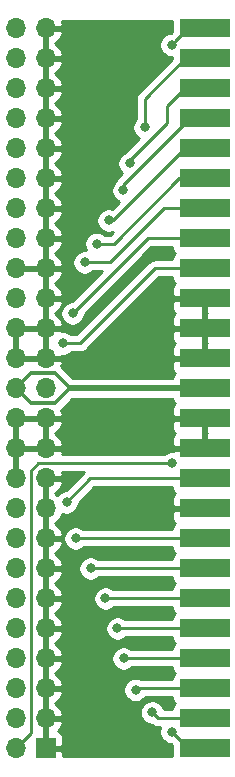
<source format=gbr>
%TF.GenerationSoftware,KiCad,Pcbnew,(5.1.8-0-10_14)*%
%TF.CreationDate,2021-06-08T16:32:41-06:00*%
%TF.ProjectId,scsi-50-flipper,73637369-2d35-4302-9d66-6c6970706572,rev?*%
%TF.SameCoordinates,Original*%
%TF.FileFunction,Copper,L2,Bot*%
%TF.FilePolarity,Positive*%
%FSLAX46Y46*%
G04 Gerber Fmt 4.6, Leading zero omitted, Abs format (unit mm)*
G04 Created by KiCad (PCBNEW (5.1.8-0-10_14)) date 2021-06-08 16:32:41*
%MOMM*%
%LPD*%
G01*
G04 APERTURE LIST*
%TA.AperFunction,SMDPad,CuDef*%
%ADD10R,4.250000X1.524000*%
%TD*%
%TA.AperFunction,ComponentPad*%
%ADD11O,1.700000X1.700000*%
%TD*%
%TA.AperFunction,ComponentPad*%
%ADD12R,1.700000X1.700000*%
%TD*%
%TA.AperFunction,ViaPad*%
%ADD13C,0.800000*%
%TD*%
%TA.AperFunction,Conductor*%
%ADD14C,0.250000*%
%TD*%
%TA.AperFunction,Conductor*%
%ADD15C,0.300000*%
%TD*%
%TA.AperFunction,Conductor*%
%ADD16C,0.500000*%
%TD*%
%TA.AperFunction,Conductor*%
%ADD17C,0.254000*%
%TD*%
%TA.AperFunction,Conductor*%
%ADD18C,0.100000*%
%TD*%
G04 APERTURE END LIST*
D10*
%TO.P,J2,50*%
%TO.N,Net-(J1-Pad50)*%
X135890000Y-129286000D03*
%TO.P,J2,48*%
%TO.N,Net-(J1-Pad48)*%
X135890000Y-126746000D03*
%TO.P,J2,46*%
%TO.N,Net-(J1-Pad46)*%
X135890000Y-124206000D03*
%TO.P,J2,44*%
%TO.N,Net-(J1-Pad44)*%
X135890000Y-121666000D03*
%TO.P,J2,42*%
%TO.N,Net-(J1-Pad42)*%
X135890000Y-119126000D03*
%TO.P,J2,40*%
%TO.N,Net-(J1-Pad40)*%
X135890000Y-116586000D03*
%TO.P,J2,38*%
%TO.N,Net-(J1-Pad38)*%
X135890000Y-114046000D03*
%TO.P,J2,36*%
%TO.N,Net-(J1-Pad36)*%
X135890000Y-111506000D03*
%TO.P,J2,34*%
%TO.N,GND*%
X135890000Y-108966000D03*
%TO.P,J2,32*%
%TO.N,Net-(J1-Pad32)*%
X135890000Y-106426000D03*
%TO.P,J2,30*%
%TO.N,GND*%
X135890000Y-103886000D03*
%TO.P,J2,28*%
X135890000Y-101346000D03*
%TO.P,J2,26*%
%TO.N,Net-(J1-Pad26)*%
X135890000Y-98806000D03*
%TO.P,J2,24*%
%TO.N,GND*%
X135890000Y-96266000D03*
%TO.P,J2,22*%
X135890000Y-93726000D03*
%TO.P,J2,20*%
X135890000Y-91186000D03*
%TO.P,J2,18*%
%TO.N,Net-(J1-Pad18)*%
X135890000Y-88646000D03*
%TO.P,J2,16*%
%TO.N,Net-(J1-Pad16)*%
X135890000Y-86106000D03*
%TO.P,J2,14*%
%TO.N,Net-(J1-Pad14)*%
X135890000Y-83566000D03*
%TO.P,J2,12*%
%TO.N,Net-(J1-Pad12)*%
X135890000Y-81026000D03*
%TO.P,J2,10*%
%TO.N,Net-(J1-Pad10)*%
X135890000Y-78486000D03*
%TO.P,J2,8*%
%TO.N,Net-(J1-Pad8)*%
X135890000Y-75946000D03*
%TO.P,J2,6*%
%TO.N,Net-(J1-Pad6)*%
X135890000Y-73406000D03*
%TO.P,J2,4*%
%TO.N,Net-(J1-Pad4)*%
X135890000Y-70866000D03*
%TO.P,J2,2*%
%TO.N,Net-(J1-Pad2)*%
X135890000Y-68326000D03*
%TD*%
D11*
%TO.P,J1,50*%
%TO.N,Net-(J1-Pad50)*%
X119888000Y-68326000D03*
%TO.P,J1,49*%
%TO.N,GND*%
X122428000Y-68326000D03*
%TO.P,J1,48*%
%TO.N,Net-(J1-Pad48)*%
X119888000Y-70866000D03*
%TO.P,J1,47*%
%TO.N,GND*%
X122428000Y-70866000D03*
%TO.P,J1,46*%
%TO.N,Net-(J1-Pad46)*%
X119888000Y-73406000D03*
%TO.P,J1,45*%
%TO.N,GND*%
X122428000Y-73406000D03*
%TO.P,J1,44*%
%TO.N,Net-(J1-Pad44)*%
X119888000Y-75946000D03*
%TO.P,J1,43*%
%TO.N,GND*%
X122428000Y-75946000D03*
%TO.P,J1,42*%
%TO.N,Net-(J1-Pad42)*%
X119888000Y-78486000D03*
%TO.P,J1,41*%
%TO.N,GND*%
X122428000Y-78486000D03*
%TO.P,J1,40*%
%TO.N,Net-(J1-Pad40)*%
X119888000Y-81026000D03*
%TO.P,J1,39*%
%TO.N,GND*%
X122428000Y-81026000D03*
%TO.P,J1,38*%
%TO.N,Net-(J1-Pad38)*%
X119888000Y-83566000D03*
%TO.P,J1,37*%
%TO.N,GND*%
X122428000Y-83566000D03*
%TO.P,J1,36*%
%TO.N,Net-(J1-Pad36)*%
X119888000Y-86106000D03*
%TO.P,J1,35*%
%TO.N,GND*%
X122428000Y-86106000D03*
%TO.P,J1,34*%
X119888000Y-88646000D03*
%TO.P,J1,33*%
X122428000Y-88646000D03*
%TO.P,J1,32*%
%TO.N,Net-(J1-Pad32)*%
X119888000Y-91186000D03*
%TO.P,J1,31*%
%TO.N,GND*%
X122428000Y-91186000D03*
%TO.P,J1,30*%
X119888000Y-93726000D03*
%TO.P,J1,29*%
X122428000Y-93726000D03*
%TO.P,J1,28*%
X119888000Y-96266000D03*
%TO.P,J1,27*%
X122428000Y-96266000D03*
%TO.P,J1,26*%
%TO.N,Net-(J1-Pad26)*%
X119888000Y-98806000D03*
%TO.P,J1,25*%
%TO.N,GND*%
X122428000Y-98806000D03*
%TO.P,J1,24*%
X119888000Y-101346000D03*
%TO.P,J1,23*%
X122428000Y-101346000D03*
%TO.P,J1,22*%
X119888000Y-103886000D03*
%TO.P,J1,21*%
X122428000Y-103886000D03*
%TO.P,J1,20*%
X119888000Y-106426000D03*
%TO.P,J1,19*%
X122428000Y-106426000D03*
%TO.P,J1,18*%
%TO.N,Net-(J1-Pad18)*%
X119888000Y-108966000D03*
%TO.P,J1,17*%
%TO.N,GND*%
X122428000Y-108966000D03*
%TO.P,J1,16*%
%TO.N,Net-(J1-Pad16)*%
X119888000Y-111506000D03*
%TO.P,J1,15*%
%TO.N,GND*%
X122428000Y-111506000D03*
%TO.P,J1,14*%
%TO.N,Net-(J1-Pad14)*%
X119888000Y-114046000D03*
%TO.P,J1,13*%
%TO.N,GND*%
X122428000Y-114046000D03*
%TO.P,J1,12*%
%TO.N,Net-(J1-Pad12)*%
X119888000Y-116586000D03*
%TO.P,J1,11*%
%TO.N,GND*%
X122428000Y-116586000D03*
%TO.P,J1,10*%
%TO.N,Net-(J1-Pad10)*%
X119888000Y-119126000D03*
%TO.P,J1,9*%
%TO.N,GND*%
X122428000Y-119126000D03*
%TO.P,J1,8*%
%TO.N,Net-(J1-Pad8)*%
X119888000Y-121666000D03*
%TO.P,J1,7*%
%TO.N,GND*%
X122428000Y-121666000D03*
%TO.P,J1,6*%
%TO.N,Net-(J1-Pad6)*%
X119888000Y-124206000D03*
%TO.P,J1,5*%
%TO.N,GND*%
X122428000Y-124206000D03*
%TO.P,J1,4*%
%TO.N,Net-(J1-Pad4)*%
X119888000Y-126746000D03*
%TO.P,J1,3*%
%TO.N,GND*%
X122428000Y-126746000D03*
%TO.P,J1,2*%
%TO.N,Net-(J1-Pad2)*%
X119888000Y-129286000D03*
D12*
%TO.P,J1,1*%
%TO.N,GND*%
X122428000Y-129286000D03*
%TD*%
D13*
%TO.N,Net-(J1-Pad50)*%
X133096000Y-127889000D03*
%TO.N,Net-(J1-Pad48)*%
X131445000Y-126238000D03*
%TO.N,Net-(J1-Pad46)*%
X130048000Y-124333000D03*
%TO.N,Net-(J1-Pad44)*%
X129032000Y-121666000D03*
%TO.N,Net-(J1-Pad42)*%
X128510990Y-119126000D03*
%TO.N,Net-(J1-Pad40)*%
X127494990Y-116586000D03*
%TO.N,Net-(J1-Pad38)*%
X126237996Y-114046000D03*
%TO.N,Net-(J1-Pad36)*%
X124967998Y-111506000D03*
%TO.N,Net-(J1-Pad32)*%
X124199495Y-108451495D03*
%TO.N,Net-(J1-Pad18)*%
X123938990Y-94996000D03*
%TO.N,Net-(J1-Pad16)*%
X124714000Y-92456000D03*
%TO.N,Net-(J1-Pad14)*%
X125730000Y-88138000D03*
%TO.N,Net-(J1-Pad12)*%
X126746000Y-86557124D03*
%TO.N,Net-(J1-Pad10)*%
X127762000Y-84582000D03*
%TO.N,Net-(J1-Pad8)*%
X129018990Y-82042000D03*
%TO.N,Net-(J1-Pad6)*%
X129540000Y-79756000D03*
%TO.N,Net-(J1-Pad4)*%
X130810000Y-76708000D03*
%TO.N,Net-(J1-Pad2)*%
X133096002Y-69723000D03*
X133109010Y-105156000D03*
%TD*%
D14*
%TO.N,Net-(J1-Pad50)*%
X134493000Y-129286000D02*
X133096000Y-127889000D01*
X135890000Y-129286000D02*
X134493000Y-129286000D01*
%TO.N,Net-(J1-Pad48)*%
X134620000Y-126746000D02*
X131953000Y-126746000D01*
X131953000Y-126746000D02*
X131445000Y-126238000D01*
%TO.N,Net-(J1-Pad46)*%
X130175000Y-124206000D02*
X130048000Y-124333000D01*
X134366000Y-124206000D02*
X130175000Y-124206000D01*
%TO.N,Net-(J1-Pad44)*%
X134366000Y-121666000D02*
X129032000Y-121666000D01*
X134620000Y-121920000D02*
X134366000Y-121666000D01*
%TO.N,Net-(J1-Pad42)*%
X134239000Y-119126000D02*
X128510990Y-119126000D01*
%TO.N,Net-(J1-Pad40)*%
X134239000Y-116586000D02*
X127494990Y-116586000D01*
%TO.N,Net-(J1-Pad38)*%
X126492000Y-114046000D02*
X126237996Y-114046000D01*
X134239000Y-114046000D02*
X126492000Y-114046000D01*
%TO.N,Net-(J1-Pad36)*%
X134366000Y-111506000D02*
X124967998Y-111506000D01*
X134620000Y-111760000D02*
X134366000Y-111506000D01*
%TO.N,Net-(J1-Pad32)*%
X126224990Y-106426000D02*
X124199495Y-108451495D01*
X134620000Y-106426000D02*
X126224990Y-106426000D01*
D15*
%TO.N,Net-(J1-Pad26)*%
X123190000Y-100076000D02*
X124460000Y-98806000D01*
X121158000Y-100076000D02*
X123190000Y-100076000D01*
X119888000Y-98806000D02*
X121158000Y-100076000D01*
X123234999Y-97536000D02*
X124504999Y-98806000D01*
X121158000Y-97536000D02*
X123234999Y-97536000D01*
X119888000Y-98806000D02*
X121158000Y-97536000D01*
D16*
X124504999Y-98806000D02*
X134620000Y-98806000D01*
D14*
%TO.N,Net-(J1-Pad18)*%
X125349000Y-94996000D02*
X123938990Y-94996000D01*
X131699000Y-88646000D02*
X125349000Y-94996000D01*
X134239000Y-88646000D02*
X131699000Y-88646000D01*
%TO.N,Net-(J1-Pad16)*%
X131064000Y-86106000D02*
X125113999Y-92056001D01*
X125113999Y-92056001D02*
X124714000Y-92456000D01*
X134239000Y-86106000D02*
X131064000Y-86106000D01*
%TO.N,Net-(J1-Pad14)*%
X127889000Y-88138000D02*
X125730000Y-88138000D01*
X132461000Y-83566000D02*
X127889000Y-88138000D01*
X134239000Y-83566000D02*
X132461000Y-83566000D01*
%TO.N,Net-(J1-Pad12)*%
X128199876Y-86557124D02*
X126746000Y-86557124D01*
X133731000Y-81026000D02*
X128199876Y-86557124D01*
X134239000Y-81026000D02*
X133731000Y-81026000D01*
%TO.N,Net-(J1-Pad10)*%
X128143000Y-84582000D02*
X127762000Y-84582000D01*
X134239000Y-78486000D02*
X128143000Y-84582000D01*
%TO.N,Net-(J1-Pad8)*%
X129018990Y-81547010D02*
X129018990Y-82042000D01*
X134239000Y-76327000D02*
X129018990Y-81547010D01*
X134239000Y-75946000D02*
X134239000Y-76327000D01*
%TO.N,Net-(J1-Pad6)*%
X129540000Y-79502000D02*
X129540000Y-79756000D01*
X132715000Y-76327000D02*
X129540000Y-79502000D01*
X132715000Y-74930000D02*
X132715000Y-76327000D01*
X134239000Y-73406000D02*
X132715000Y-74930000D01*
%TO.N,Net-(J1-Pad4)*%
X130810000Y-74295000D02*
X130810000Y-76708000D01*
X134620000Y-70866000D02*
X134239000Y-70866000D01*
X134239000Y-70866000D02*
X130810000Y-74295000D01*
%TO.N,Net-(J1-Pad2)*%
X135890000Y-68326000D02*
X134239000Y-68326000D01*
X133496001Y-69323001D02*
X133096002Y-69723000D01*
X134493000Y-68326000D02*
X133496001Y-69323001D01*
X121795000Y-105156000D02*
X133109010Y-105156000D01*
X121158000Y-105793000D02*
X121795000Y-105156000D01*
X121158000Y-105793000D02*
X121158000Y-128016000D01*
X119888000Y-129286000D02*
X121158000Y-128016000D01*
%TO.N,GND*%
X122428000Y-86106000D02*
X122428000Y-86671002D01*
%TD*%
D17*
%TO.N,GND*%
X124159693Y-107416495D02*
X124097556Y-107416495D01*
X123897597Y-107456269D01*
X123709239Y-107534290D01*
X123539721Y-107647558D01*
X123395558Y-107791721D01*
X123371870Y-107827172D01*
X123309355Y-107770822D01*
X123183745Y-107696000D01*
X123309355Y-107621178D01*
X123525588Y-107426269D01*
X123699641Y-107192920D01*
X123824825Y-106930099D01*
X123869476Y-106782890D01*
X123748155Y-106553000D01*
X122555000Y-106553000D01*
X122555000Y-108839000D01*
X122575000Y-108839000D01*
X122575000Y-109093000D01*
X122555000Y-109093000D01*
X122555000Y-111379000D01*
X123748155Y-111379000D01*
X123869476Y-111149110D01*
X123824825Y-111001901D01*
X123699641Y-110739080D01*
X123525588Y-110505731D01*
X123309355Y-110310822D01*
X123183745Y-110236000D01*
X123309355Y-110161178D01*
X123525588Y-109966269D01*
X123699641Y-109732920D01*
X123824825Y-109470099D01*
X123839247Y-109422551D01*
X123897597Y-109446721D01*
X124097556Y-109486495D01*
X124301434Y-109486495D01*
X124501393Y-109446721D01*
X124689751Y-109368700D01*
X124859269Y-109255432D01*
X125003432Y-109111269D01*
X125116700Y-108941751D01*
X125194721Y-108753393D01*
X125234495Y-108553434D01*
X125234495Y-108491297D01*
X126539793Y-107186000D01*
X133126928Y-107186000D01*
X133126928Y-107188000D01*
X133139188Y-107312482D01*
X133175498Y-107432180D01*
X133234463Y-107542494D01*
X133313815Y-107639185D01*
X133383044Y-107696000D01*
X133313815Y-107752815D01*
X133234463Y-107849506D01*
X133175498Y-107959820D01*
X133139188Y-108079518D01*
X133126928Y-108204000D01*
X133130000Y-108680250D01*
X133288750Y-108839000D01*
X135763000Y-108839000D01*
X135763000Y-108819000D01*
X136017000Y-108819000D01*
X136017000Y-108839000D01*
X136037000Y-108839000D01*
X136037000Y-109093000D01*
X136017000Y-109093000D01*
X136017000Y-109113000D01*
X135763000Y-109113000D01*
X135763000Y-109093000D01*
X133288750Y-109093000D01*
X133130000Y-109251750D01*
X133126928Y-109728000D01*
X133139188Y-109852482D01*
X133175498Y-109972180D01*
X133234463Y-110082494D01*
X133313815Y-110179185D01*
X133383044Y-110236000D01*
X133313815Y-110292815D01*
X133234463Y-110389506D01*
X133175498Y-110499820D01*
X133139188Y-110619518D01*
X133126928Y-110744000D01*
X133126928Y-110746000D01*
X125671709Y-110746000D01*
X125627772Y-110702063D01*
X125458254Y-110588795D01*
X125269896Y-110510774D01*
X125069937Y-110471000D01*
X124866059Y-110471000D01*
X124666100Y-110510774D01*
X124477742Y-110588795D01*
X124308224Y-110702063D01*
X124164061Y-110846226D01*
X124050793Y-111015744D01*
X123972772Y-111204102D01*
X123932998Y-111404061D01*
X123932998Y-111607939D01*
X123972772Y-111807898D01*
X124050793Y-111996256D01*
X124164061Y-112165774D01*
X124308224Y-112309937D01*
X124477742Y-112423205D01*
X124666100Y-112501226D01*
X124866059Y-112541000D01*
X125069937Y-112541000D01*
X125269896Y-112501226D01*
X125458254Y-112423205D01*
X125627772Y-112309937D01*
X125671709Y-112266000D01*
X133126928Y-112266000D01*
X133126928Y-112268000D01*
X133139188Y-112392482D01*
X133175498Y-112512180D01*
X133234463Y-112622494D01*
X133313815Y-112719185D01*
X133383044Y-112776000D01*
X133313815Y-112832815D01*
X133234463Y-112929506D01*
X133175498Y-113039820D01*
X133139188Y-113159518D01*
X133126928Y-113284000D01*
X133126928Y-113286000D01*
X126941707Y-113286000D01*
X126897770Y-113242063D01*
X126728252Y-113128795D01*
X126539894Y-113050774D01*
X126339935Y-113011000D01*
X126136057Y-113011000D01*
X125936098Y-113050774D01*
X125747740Y-113128795D01*
X125578222Y-113242063D01*
X125434059Y-113386226D01*
X125320791Y-113555744D01*
X125242770Y-113744102D01*
X125202996Y-113944061D01*
X125202996Y-114147939D01*
X125242770Y-114347898D01*
X125320791Y-114536256D01*
X125434059Y-114705774D01*
X125578222Y-114849937D01*
X125747740Y-114963205D01*
X125936098Y-115041226D01*
X126136057Y-115081000D01*
X126339935Y-115081000D01*
X126539894Y-115041226D01*
X126728252Y-114963205D01*
X126897770Y-114849937D01*
X126941707Y-114806000D01*
X133126928Y-114806000D01*
X133126928Y-114808000D01*
X133139188Y-114932482D01*
X133175498Y-115052180D01*
X133234463Y-115162494D01*
X133313815Y-115259185D01*
X133383044Y-115316000D01*
X133313815Y-115372815D01*
X133234463Y-115469506D01*
X133175498Y-115579820D01*
X133139188Y-115699518D01*
X133126928Y-115824000D01*
X133126928Y-115826000D01*
X128198701Y-115826000D01*
X128154764Y-115782063D01*
X127985246Y-115668795D01*
X127796888Y-115590774D01*
X127596929Y-115551000D01*
X127393051Y-115551000D01*
X127193092Y-115590774D01*
X127004734Y-115668795D01*
X126835216Y-115782063D01*
X126691053Y-115926226D01*
X126577785Y-116095744D01*
X126499764Y-116284102D01*
X126459990Y-116484061D01*
X126459990Y-116687939D01*
X126499764Y-116887898D01*
X126577785Y-117076256D01*
X126691053Y-117245774D01*
X126835216Y-117389937D01*
X127004734Y-117503205D01*
X127193092Y-117581226D01*
X127393051Y-117621000D01*
X127596929Y-117621000D01*
X127796888Y-117581226D01*
X127985246Y-117503205D01*
X128154764Y-117389937D01*
X128198701Y-117346000D01*
X133126928Y-117346000D01*
X133126928Y-117348000D01*
X133139188Y-117472482D01*
X133175498Y-117592180D01*
X133234463Y-117702494D01*
X133313815Y-117799185D01*
X133383044Y-117856000D01*
X133313815Y-117912815D01*
X133234463Y-118009506D01*
X133175498Y-118119820D01*
X133139188Y-118239518D01*
X133126928Y-118364000D01*
X133126928Y-118366000D01*
X129214701Y-118366000D01*
X129170764Y-118322063D01*
X129001246Y-118208795D01*
X128812888Y-118130774D01*
X128612929Y-118091000D01*
X128409051Y-118091000D01*
X128209092Y-118130774D01*
X128020734Y-118208795D01*
X127851216Y-118322063D01*
X127707053Y-118466226D01*
X127593785Y-118635744D01*
X127515764Y-118824102D01*
X127475990Y-119024061D01*
X127475990Y-119227939D01*
X127515764Y-119427898D01*
X127593785Y-119616256D01*
X127707053Y-119785774D01*
X127851216Y-119929937D01*
X128020734Y-120043205D01*
X128209092Y-120121226D01*
X128409051Y-120161000D01*
X128612929Y-120161000D01*
X128812888Y-120121226D01*
X129001246Y-120043205D01*
X129170764Y-119929937D01*
X129214701Y-119886000D01*
X133126928Y-119886000D01*
X133126928Y-119888000D01*
X133139188Y-120012482D01*
X133175498Y-120132180D01*
X133234463Y-120242494D01*
X133313815Y-120339185D01*
X133383044Y-120396000D01*
X133313815Y-120452815D01*
X133234463Y-120549506D01*
X133175498Y-120659820D01*
X133139188Y-120779518D01*
X133126928Y-120904000D01*
X133126928Y-120906000D01*
X129735711Y-120906000D01*
X129691774Y-120862063D01*
X129522256Y-120748795D01*
X129333898Y-120670774D01*
X129133939Y-120631000D01*
X128930061Y-120631000D01*
X128730102Y-120670774D01*
X128541744Y-120748795D01*
X128372226Y-120862063D01*
X128228063Y-121006226D01*
X128114795Y-121175744D01*
X128036774Y-121364102D01*
X127997000Y-121564061D01*
X127997000Y-121767939D01*
X128036774Y-121967898D01*
X128114795Y-122156256D01*
X128228063Y-122325774D01*
X128372226Y-122469937D01*
X128541744Y-122583205D01*
X128730102Y-122661226D01*
X128930061Y-122701000D01*
X129133939Y-122701000D01*
X129333898Y-122661226D01*
X129522256Y-122583205D01*
X129691774Y-122469937D01*
X129735711Y-122426000D01*
X133126928Y-122426000D01*
X133126928Y-122428000D01*
X133139188Y-122552482D01*
X133175498Y-122672180D01*
X133234463Y-122782494D01*
X133313815Y-122879185D01*
X133383044Y-122936000D01*
X133313815Y-122992815D01*
X133234463Y-123089506D01*
X133175498Y-123199820D01*
X133139188Y-123319518D01*
X133126928Y-123444000D01*
X133126928Y-123446000D01*
X130583461Y-123446000D01*
X130538256Y-123415795D01*
X130349898Y-123337774D01*
X130149939Y-123298000D01*
X129946061Y-123298000D01*
X129746102Y-123337774D01*
X129557744Y-123415795D01*
X129388226Y-123529063D01*
X129244063Y-123673226D01*
X129130795Y-123842744D01*
X129052774Y-124031102D01*
X129013000Y-124231061D01*
X129013000Y-124434939D01*
X129052774Y-124634898D01*
X129130795Y-124823256D01*
X129244063Y-124992774D01*
X129388226Y-125136937D01*
X129557744Y-125250205D01*
X129746102Y-125328226D01*
X129946061Y-125368000D01*
X130149939Y-125368000D01*
X130349898Y-125328226D01*
X130538256Y-125250205D01*
X130707774Y-125136937D01*
X130851937Y-124992774D01*
X130869827Y-124966000D01*
X133126928Y-124966000D01*
X133126928Y-124968000D01*
X133139188Y-125092482D01*
X133175498Y-125212180D01*
X133234463Y-125322494D01*
X133313815Y-125419185D01*
X133383044Y-125476000D01*
X133313815Y-125532815D01*
X133234463Y-125629506D01*
X133175498Y-125739820D01*
X133139188Y-125859518D01*
X133126928Y-125984000D01*
X133126928Y-125986000D01*
X132450151Y-125986000D01*
X132440226Y-125936102D01*
X132362205Y-125747744D01*
X132248937Y-125578226D01*
X132104774Y-125434063D01*
X131935256Y-125320795D01*
X131746898Y-125242774D01*
X131546939Y-125203000D01*
X131343061Y-125203000D01*
X131143102Y-125242774D01*
X130954744Y-125320795D01*
X130785226Y-125434063D01*
X130641063Y-125578226D01*
X130527795Y-125747744D01*
X130449774Y-125936102D01*
X130410000Y-126136061D01*
X130410000Y-126339939D01*
X130449774Y-126539898D01*
X130527795Y-126728256D01*
X130641063Y-126897774D01*
X130785226Y-127041937D01*
X130954744Y-127155205D01*
X131143102Y-127233226D01*
X131343061Y-127273000D01*
X131402329Y-127273000D01*
X131412999Y-127286001D01*
X131528724Y-127380974D01*
X131660753Y-127451546D01*
X131804014Y-127495003D01*
X131915667Y-127506000D01*
X131915676Y-127506000D01*
X131952999Y-127509676D01*
X131990322Y-127506000D01*
X132134368Y-127506000D01*
X132100774Y-127587102D01*
X132061000Y-127787061D01*
X132061000Y-127990939D01*
X132100774Y-128190898D01*
X132178795Y-128379256D01*
X132292063Y-128548774D01*
X132436226Y-128692937D01*
X132605744Y-128806205D01*
X132794102Y-128884226D01*
X132994061Y-128924000D01*
X133056199Y-128924000D01*
X133126928Y-128994729D01*
X133126928Y-129896000D01*
X123914765Y-129896000D01*
X123913000Y-129571750D01*
X123754250Y-129413000D01*
X122555000Y-129413000D01*
X122555000Y-129433000D01*
X122301000Y-129433000D01*
X122301000Y-129413000D01*
X122281000Y-129413000D01*
X122281000Y-129159000D01*
X122301000Y-129159000D01*
X122301000Y-126873000D01*
X122555000Y-126873000D01*
X122555000Y-129159000D01*
X123754250Y-129159000D01*
X123913000Y-129000250D01*
X123916072Y-128436000D01*
X123903812Y-128311518D01*
X123867502Y-128191820D01*
X123808537Y-128081506D01*
X123729185Y-127984815D01*
X123632494Y-127905463D01*
X123522180Y-127846498D01*
X123441534Y-127822034D01*
X123525588Y-127746269D01*
X123699641Y-127512920D01*
X123824825Y-127250099D01*
X123869476Y-127102890D01*
X123748155Y-126873000D01*
X122555000Y-126873000D01*
X122301000Y-126873000D01*
X122281000Y-126873000D01*
X122281000Y-126619000D01*
X122301000Y-126619000D01*
X122301000Y-124333000D01*
X122555000Y-124333000D01*
X122555000Y-126619000D01*
X123748155Y-126619000D01*
X123869476Y-126389110D01*
X123824825Y-126241901D01*
X123699641Y-125979080D01*
X123525588Y-125745731D01*
X123309355Y-125550822D01*
X123183745Y-125476000D01*
X123309355Y-125401178D01*
X123525588Y-125206269D01*
X123699641Y-124972920D01*
X123824825Y-124710099D01*
X123869476Y-124562890D01*
X123748155Y-124333000D01*
X122555000Y-124333000D01*
X122301000Y-124333000D01*
X122281000Y-124333000D01*
X122281000Y-124079000D01*
X122301000Y-124079000D01*
X122301000Y-121793000D01*
X122555000Y-121793000D01*
X122555000Y-124079000D01*
X123748155Y-124079000D01*
X123869476Y-123849110D01*
X123824825Y-123701901D01*
X123699641Y-123439080D01*
X123525588Y-123205731D01*
X123309355Y-123010822D01*
X123183745Y-122936000D01*
X123309355Y-122861178D01*
X123525588Y-122666269D01*
X123699641Y-122432920D01*
X123824825Y-122170099D01*
X123869476Y-122022890D01*
X123748155Y-121793000D01*
X122555000Y-121793000D01*
X122301000Y-121793000D01*
X122281000Y-121793000D01*
X122281000Y-121539000D01*
X122301000Y-121539000D01*
X122301000Y-119253000D01*
X122555000Y-119253000D01*
X122555000Y-121539000D01*
X123748155Y-121539000D01*
X123869476Y-121309110D01*
X123824825Y-121161901D01*
X123699641Y-120899080D01*
X123525588Y-120665731D01*
X123309355Y-120470822D01*
X123183745Y-120396000D01*
X123309355Y-120321178D01*
X123525588Y-120126269D01*
X123699641Y-119892920D01*
X123824825Y-119630099D01*
X123869476Y-119482890D01*
X123748155Y-119253000D01*
X122555000Y-119253000D01*
X122301000Y-119253000D01*
X122281000Y-119253000D01*
X122281000Y-118999000D01*
X122301000Y-118999000D01*
X122301000Y-116713000D01*
X122555000Y-116713000D01*
X122555000Y-118999000D01*
X123748155Y-118999000D01*
X123869476Y-118769110D01*
X123824825Y-118621901D01*
X123699641Y-118359080D01*
X123525588Y-118125731D01*
X123309355Y-117930822D01*
X123183745Y-117856000D01*
X123309355Y-117781178D01*
X123525588Y-117586269D01*
X123699641Y-117352920D01*
X123824825Y-117090099D01*
X123869476Y-116942890D01*
X123748155Y-116713000D01*
X122555000Y-116713000D01*
X122301000Y-116713000D01*
X122281000Y-116713000D01*
X122281000Y-116459000D01*
X122301000Y-116459000D01*
X122301000Y-114173000D01*
X122555000Y-114173000D01*
X122555000Y-116459000D01*
X123748155Y-116459000D01*
X123869476Y-116229110D01*
X123824825Y-116081901D01*
X123699641Y-115819080D01*
X123525588Y-115585731D01*
X123309355Y-115390822D01*
X123183745Y-115316000D01*
X123309355Y-115241178D01*
X123525588Y-115046269D01*
X123699641Y-114812920D01*
X123824825Y-114550099D01*
X123869476Y-114402890D01*
X123748155Y-114173000D01*
X122555000Y-114173000D01*
X122301000Y-114173000D01*
X122281000Y-114173000D01*
X122281000Y-113919000D01*
X122301000Y-113919000D01*
X122301000Y-111633000D01*
X122555000Y-111633000D01*
X122555000Y-113919000D01*
X123748155Y-113919000D01*
X123869476Y-113689110D01*
X123824825Y-113541901D01*
X123699641Y-113279080D01*
X123525588Y-113045731D01*
X123309355Y-112850822D01*
X123183745Y-112776000D01*
X123309355Y-112701178D01*
X123525588Y-112506269D01*
X123699641Y-112272920D01*
X123824825Y-112010099D01*
X123869476Y-111862890D01*
X123748155Y-111633000D01*
X122555000Y-111633000D01*
X122301000Y-111633000D01*
X122281000Y-111633000D01*
X122281000Y-111379000D01*
X122301000Y-111379000D01*
X122301000Y-109093000D01*
X122281000Y-109093000D01*
X122281000Y-108839000D01*
X122301000Y-108839000D01*
X122301000Y-106553000D01*
X122281000Y-106553000D01*
X122281000Y-106299000D01*
X122301000Y-106299000D01*
X122301000Y-106279000D01*
X122555000Y-106279000D01*
X122555000Y-106299000D01*
X123748155Y-106299000D01*
X123869476Y-106069110D01*
X123824825Y-105921901D01*
X123822014Y-105916000D01*
X125660187Y-105916000D01*
X124159693Y-107416495D01*
%TA.AperFunction,Conductor*%
D18*
G36*
X124159693Y-107416495D02*
G01*
X124097556Y-107416495D01*
X123897597Y-107456269D01*
X123709239Y-107534290D01*
X123539721Y-107647558D01*
X123395558Y-107791721D01*
X123371870Y-107827172D01*
X123309355Y-107770822D01*
X123183745Y-107696000D01*
X123309355Y-107621178D01*
X123525588Y-107426269D01*
X123699641Y-107192920D01*
X123824825Y-106930099D01*
X123869476Y-106782890D01*
X123748155Y-106553000D01*
X122555000Y-106553000D01*
X122555000Y-108839000D01*
X122575000Y-108839000D01*
X122575000Y-109093000D01*
X122555000Y-109093000D01*
X122555000Y-111379000D01*
X123748155Y-111379000D01*
X123869476Y-111149110D01*
X123824825Y-111001901D01*
X123699641Y-110739080D01*
X123525588Y-110505731D01*
X123309355Y-110310822D01*
X123183745Y-110236000D01*
X123309355Y-110161178D01*
X123525588Y-109966269D01*
X123699641Y-109732920D01*
X123824825Y-109470099D01*
X123839247Y-109422551D01*
X123897597Y-109446721D01*
X124097556Y-109486495D01*
X124301434Y-109486495D01*
X124501393Y-109446721D01*
X124689751Y-109368700D01*
X124859269Y-109255432D01*
X125003432Y-109111269D01*
X125116700Y-108941751D01*
X125194721Y-108753393D01*
X125234495Y-108553434D01*
X125234495Y-108491297D01*
X126539793Y-107186000D01*
X133126928Y-107186000D01*
X133126928Y-107188000D01*
X133139188Y-107312482D01*
X133175498Y-107432180D01*
X133234463Y-107542494D01*
X133313815Y-107639185D01*
X133383044Y-107696000D01*
X133313815Y-107752815D01*
X133234463Y-107849506D01*
X133175498Y-107959820D01*
X133139188Y-108079518D01*
X133126928Y-108204000D01*
X133130000Y-108680250D01*
X133288750Y-108839000D01*
X135763000Y-108839000D01*
X135763000Y-108819000D01*
X136017000Y-108819000D01*
X136017000Y-108839000D01*
X136037000Y-108839000D01*
X136037000Y-109093000D01*
X136017000Y-109093000D01*
X136017000Y-109113000D01*
X135763000Y-109113000D01*
X135763000Y-109093000D01*
X133288750Y-109093000D01*
X133130000Y-109251750D01*
X133126928Y-109728000D01*
X133139188Y-109852482D01*
X133175498Y-109972180D01*
X133234463Y-110082494D01*
X133313815Y-110179185D01*
X133383044Y-110236000D01*
X133313815Y-110292815D01*
X133234463Y-110389506D01*
X133175498Y-110499820D01*
X133139188Y-110619518D01*
X133126928Y-110744000D01*
X133126928Y-110746000D01*
X125671709Y-110746000D01*
X125627772Y-110702063D01*
X125458254Y-110588795D01*
X125269896Y-110510774D01*
X125069937Y-110471000D01*
X124866059Y-110471000D01*
X124666100Y-110510774D01*
X124477742Y-110588795D01*
X124308224Y-110702063D01*
X124164061Y-110846226D01*
X124050793Y-111015744D01*
X123972772Y-111204102D01*
X123932998Y-111404061D01*
X123932998Y-111607939D01*
X123972772Y-111807898D01*
X124050793Y-111996256D01*
X124164061Y-112165774D01*
X124308224Y-112309937D01*
X124477742Y-112423205D01*
X124666100Y-112501226D01*
X124866059Y-112541000D01*
X125069937Y-112541000D01*
X125269896Y-112501226D01*
X125458254Y-112423205D01*
X125627772Y-112309937D01*
X125671709Y-112266000D01*
X133126928Y-112266000D01*
X133126928Y-112268000D01*
X133139188Y-112392482D01*
X133175498Y-112512180D01*
X133234463Y-112622494D01*
X133313815Y-112719185D01*
X133383044Y-112776000D01*
X133313815Y-112832815D01*
X133234463Y-112929506D01*
X133175498Y-113039820D01*
X133139188Y-113159518D01*
X133126928Y-113284000D01*
X133126928Y-113286000D01*
X126941707Y-113286000D01*
X126897770Y-113242063D01*
X126728252Y-113128795D01*
X126539894Y-113050774D01*
X126339935Y-113011000D01*
X126136057Y-113011000D01*
X125936098Y-113050774D01*
X125747740Y-113128795D01*
X125578222Y-113242063D01*
X125434059Y-113386226D01*
X125320791Y-113555744D01*
X125242770Y-113744102D01*
X125202996Y-113944061D01*
X125202996Y-114147939D01*
X125242770Y-114347898D01*
X125320791Y-114536256D01*
X125434059Y-114705774D01*
X125578222Y-114849937D01*
X125747740Y-114963205D01*
X125936098Y-115041226D01*
X126136057Y-115081000D01*
X126339935Y-115081000D01*
X126539894Y-115041226D01*
X126728252Y-114963205D01*
X126897770Y-114849937D01*
X126941707Y-114806000D01*
X133126928Y-114806000D01*
X133126928Y-114808000D01*
X133139188Y-114932482D01*
X133175498Y-115052180D01*
X133234463Y-115162494D01*
X133313815Y-115259185D01*
X133383044Y-115316000D01*
X133313815Y-115372815D01*
X133234463Y-115469506D01*
X133175498Y-115579820D01*
X133139188Y-115699518D01*
X133126928Y-115824000D01*
X133126928Y-115826000D01*
X128198701Y-115826000D01*
X128154764Y-115782063D01*
X127985246Y-115668795D01*
X127796888Y-115590774D01*
X127596929Y-115551000D01*
X127393051Y-115551000D01*
X127193092Y-115590774D01*
X127004734Y-115668795D01*
X126835216Y-115782063D01*
X126691053Y-115926226D01*
X126577785Y-116095744D01*
X126499764Y-116284102D01*
X126459990Y-116484061D01*
X126459990Y-116687939D01*
X126499764Y-116887898D01*
X126577785Y-117076256D01*
X126691053Y-117245774D01*
X126835216Y-117389937D01*
X127004734Y-117503205D01*
X127193092Y-117581226D01*
X127393051Y-117621000D01*
X127596929Y-117621000D01*
X127796888Y-117581226D01*
X127985246Y-117503205D01*
X128154764Y-117389937D01*
X128198701Y-117346000D01*
X133126928Y-117346000D01*
X133126928Y-117348000D01*
X133139188Y-117472482D01*
X133175498Y-117592180D01*
X133234463Y-117702494D01*
X133313815Y-117799185D01*
X133383044Y-117856000D01*
X133313815Y-117912815D01*
X133234463Y-118009506D01*
X133175498Y-118119820D01*
X133139188Y-118239518D01*
X133126928Y-118364000D01*
X133126928Y-118366000D01*
X129214701Y-118366000D01*
X129170764Y-118322063D01*
X129001246Y-118208795D01*
X128812888Y-118130774D01*
X128612929Y-118091000D01*
X128409051Y-118091000D01*
X128209092Y-118130774D01*
X128020734Y-118208795D01*
X127851216Y-118322063D01*
X127707053Y-118466226D01*
X127593785Y-118635744D01*
X127515764Y-118824102D01*
X127475990Y-119024061D01*
X127475990Y-119227939D01*
X127515764Y-119427898D01*
X127593785Y-119616256D01*
X127707053Y-119785774D01*
X127851216Y-119929937D01*
X128020734Y-120043205D01*
X128209092Y-120121226D01*
X128409051Y-120161000D01*
X128612929Y-120161000D01*
X128812888Y-120121226D01*
X129001246Y-120043205D01*
X129170764Y-119929937D01*
X129214701Y-119886000D01*
X133126928Y-119886000D01*
X133126928Y-119888000D01*
X133139188Y-120012482D01*
X133175498Y-120132180D01*
X133234463Y-120242494D01*
X133313815Y-120339185D01*
X133383044Y-120396000D01*
X133313815Y-120452815D01*
X133234463Y-120549506D01*
X133175498Y-120659820D01*
X133139188Y-120779518D01*
X133126928Y-120904000D01*
X133126928Y-120906000D01*
X129735711Y-120906000D01*
X129691774Y-120862063D01*
X129522256Y-120748795D01*
X129333898Y-120670774D01*
X129133939Y-120631000D01*
X128930061Y-120631000D01*
X128730102Y-120670774D01*
X128541744Y-120748795D01*
X128372226Y-120862063D01*
X128228063Y-121006226D01*
X128114795Y-121175744D01*
X128036774Y-121364102D01*
X127997000Y-121564061D01*
X127997000Y-121767939D01*
X128036774Y-121967898D01*
X128114795Y-122156256D01*
X128228063Y-122325774D01*
X128372226Y-122469937D01*
X128541744Y-122583205D01*
X128730102Y-122661226D01*
X128930061Y-122701000D01*
X129133939Y-122701000D01*
X129333898Y-122661226D01*
X129522256Y-122583205D01*
X129691774Y-122469937D01*
X129735711Y-122426000D01*
X133126928Y-122426000D01*
X133126928Y-122428000D01*
X133139188Y-122552482D01*
X133175498Y-122672180D01*
X133234463Y-122782494D01*
X133313815Y-122879185D01*
X133383044Y-122936000D01*
X133313815Y-122992815D01*
X133234463Y-123089506D01*
X133175498Y-123199820D01*
X133139188Y-123319518D01*
X133126928Y-123444000D01*
X133126928Y-123446000D01*
X130583461Y-123446000D01*
X130538256Y-123415795D01*
X130349898Y-123337774D01*
X130149939Y-123298000D01*
X129946061Y-123298000D01*
X129746102Y-123337774D01*
X129557744Y-123415795D01*
X129388226Y-123529063D01*
X129244063Y-123673226D01*
X129130795Y-123842744D01*
X129052774Y-124031102D01*
X129013000Y-124231061D01*
X129013000Y-124434939D01*
X129052774Y-124634898D01*
X129130795Y-124823256D01*
X129244063Y-124992774D01*
X129388226Y-125136937D01*
X129557744Y-125250205D01*
X129746102Y-125328226D01*
X129946061Y-125368000D01*
X130149939Y-125368000D01*
X130349898Y-125328226D01*
X130538256Y-125250205D01*
X130707774Y-125136937D01*
X130851937Y-124992774D01*
X130869827Y-124966000D01*
X133126928Y-124966000D01*
X133126928Y-124968000D01*
X133139188Y-125092482D01*
X133175498Y-125212180D01*
X133234463Y-125322494D01*
X133313815Y-125419185D01*
X133383044Y-125476000D01*
X133313815Y-125532815D01*
X133234463Y-125629506D01*
X133175498Y-125739820D01*
X133139188Y-125859518D01*
X133126928Y-125984000D01*
X133126928Y-125986000D01*
X132450151Y-125986000D01*
X132440226Y-125936102D01*
X132362205Y-125747744D01*
X132248937Y-125578226D01*
X132104774Y-125434063D01*
X131935256Y-125320795D01*
X131746898Y-125242774D01*
X131546939Y-125203000D01*
X131343061Y-125203000D01*
X131143102Y-125242774D01*
X130954744Y-125320795D01*
X130785226Y-125434063D01*
X130641063Y-125578226D01*
X130527795Y-125747744D01*
X130449774Y-125936102D01*
X130410000Y-126136061D01*
X130410000Y-126339939D01*
X130449774Y-126539898D01*
X130527795Y-126728256D01*
X130641063Y-126897774D01*
X130785226Y-127041937D01*
X130954744Y-127155205D01*
X131143102Y-127233226D01*
X131343061Y-127273000D01*
X131402329Y-127273000D01*
X131412999Y-127286001D01*
X131528724Y-127380974D01*
X131660753Y-127451546D01*
X131804014Y-127495003D01*
X131915667Y-127506000D01*
X131915676Y-127506000D01*
X131952999Y-127509676D01*
X131990322Y-127506000D01*
X132134368Y-127506000D01*
X132100774Y-127587102D01*
X132061000Y-127787061D01*
X132061000Y-127990939D01*
X132100774Y-128190898D01*
X132178795Y-128379256D01*
X132292063Y-128548774D01*
X132436226Y-128692937D01*
X132605744Y-128806205D01*
X132794102Y-128884226D01*
X132994061Y-128924000D01*
X133056199Y-128924000D01*
X133126928Y-128994729D01*
X133126928Y-129896000D01*
X123914765Y-129896000D01*
X123913000Y-129571750D01*
X123754250Y-129413000D01*
X122555000Y-129413000D01*
X122555000Y-129433000D01*
X122301000Y-129433000D01*
X122301000Y-129413000D01*
X122281000Y-129413000D01*
X122281000Y-129159000D01*
X122301000Y-129159000D01*
X122301000Y-126873000D01*
X122555000Y-126873000D01*
X122555000Y-129159000D01*
X123754250Y-129159000D01*
X123913000Y-129000250D01*
X123916072Y-128436000D01*
X123903812Y-128311518D01*
X123867502Y-128191820D01*
X123808537Y-128081506D01*
X123729185Y-127984815D01*
X123632494Y-127905463D01*
X123522180Y-127846498D01*
X123441534Y-127822034D01*
X123525588Y-127746269D01*
X123699641Y-127512920D01*
X123824825Y-127250099D01*
X123869476Y-127102890D01*
X123748155Y-126873000D01*
X122555000Y-126873000D01*
X122301000Y-126873000D01*
X122281000Y-126873000D01*
X122281000Y-126619000D01*
X122301000Y-126619000D01*
X122301000Y-124333000D01*
X122555000Y-124333000D01*
X122555000Y-126619000D01*
X123748155Y-126619000D01*
X123869476Y-126389110D01*
X123824825Y-126241901D01*
X123699641Y-125979080D01*
X123525588Y-125745731D01*
X123309355Y-125550822D01*
X123183745Y-125476000D01*
X123309355Y-125401178D01*
X123525588Y-125206269D01*
X123699641Y-124972920D01*
X123824825Y-124710099D01*
X123869476Y-124562890D01*
X123748155Y-124333000D01*
X122555000Y-124333000D01*
X122301000Y-124333000D01*
X122281000Y-124333000D01*
X122281000Y-124079000D01*
X122301000Y-124079000D01*
X122301000Y-121793000D01*
X122555000Y-121793000D01*
X122555000Y-124079000D01*
X123748155Y-124079000D01*
X123869476Y-123849110D01*
X123824825Y-123701901D01*
X123699641Y-123439080D01*
X123525588Y-123205731D01*
X123309355Y-123010822D01*
X123183745Y-122936000D01*
X123309355Y-122861178D01*
X123525588Y-122666269D01*
X123699641Y-122432920D01*
X123824825Y-122170099D01*
X123869476Y-122022890D01*
X123748155Y-121793000D01*
X122555000Y-121793000D01*
X122301000Y-121793000D01*
X122281000Y-121793000D01*
X122281000Y-121539000D01*
X122301000Y-121539000D01*
X122301000Y-119253000D01*
X122555000Y-119253000D01*
X122555000Y-121539000D01*
X123748155Y-121539000D01*
X123869476Y-121309110D01*
X123824825Y-121161901D01*
X123699641Y-120899080D01*
X123525588Y-120665731D01*
X123309355Y-120470822D01*
X123183745Y-120396000D01*
X123309355Y-120321178D01*
X123525588Y-120126269D01*
X123699641Y-119892920D01*
X123824825Y-119630099D01*
X123869476Y-119482890D01*
X123748155Y-119253000D01*
X122555000Y-119253000D01*
X122301000Y-119253000D01*
X122281000Y-119253000D01*
X122281000Y-118999000D01*
X122301000Y-118999000D01*
X122301000Y-116713000D01*
X122555000Y-116713000D01*
X122555000Y-118999000D01*
X123748155Y-118999000D01*
X123869476Y-118769110D01*
X123824825Y-118621901D01*
X123699641Y-118359080D01*
X123525588Y-118125731D01*
X123309355Y-117930822D01*
X123183745Y-117856000D01*
X123309355Y-117781178D01*
X123525588Y-117586269D01*
X123699641Y-117352920D01*
X123824825Y-117090099D01*
X123869476Y-116942890D01*
X123748155Y-116713000D01*
X122555000Y-116713000D01*
X122301000Y-116713000D01*
X122281000Y-116713000D01*
X122281000Y-116459000D01*
X122301000Y-116459000D01*
X122301000Y-114173000D01*
X122555000Y-114173000D01*
X122555000Y-116459000D01*
X123748155Y-116459000D01*
X123869476Y-116229110D01*
X123824825Y-116081901D01*
X123699641Y-115819080D01*
X123525588Y-115585731D01*
X123309355Y-115390822D01*
X123183745Y-115316000D01*
X123309355Y-115241178D01*
X123525588Y-115046269D01*
X123699641Y-114812920D01*
X123824825Y-114550099D01*
X123869476Y-114402890D01*
X123748155Y-114173000D01*
X122555000Y-114173000D01*
X122301000Y-114173000D01*
X122281000Y-114173000D01*
X122281000Y-113919000D01*
X122301000Y-113919000D01*
X122301000Y-111633000D01*
X122555000Y-111633000D01*
X122555000Y-113919000D01*
X123748155Y-113919000D01*
X123869476Y-113689110D01*
X123824825Y-113541901D01*
X123699641Y-113279080D01*
X123525588Y-113045731D01*
X123309355Y-112850822D01*
X123183745Y-112776000D01*
X123309355Y-112701178D01*
X123525588Y-112506269D01*
X123699641Y-112272920D01*
X123824825Y-112010099D01*
X123869476Y-111862890D01*
X123748155Y-111633000D01*
X122555000Y-111633000D01*
X122301000Y-111633000D01*
X122281000Y-111633000D01*
X122281000Y-111379000D01*
X122301000Y-111379000D01*
X122301000Y-109093000D01*
X122281000Y-109093000D01*
X122281000Y-108839000D01*
X122301000Y-108839000D01*
X122301000Y-106553000D01*
X122281000Y-106553000D01*
X122281000Y-106299000D01*
X122301000Y-106299000D01*
X122301000Y-106279000D01*
X122555000Y-106279000D01*
X122555000Y-106299000D01*
X123748155Y-106299000D01*
X123869476Y-106069110D01*
X123824825Y-105921901D01*
X123822014Y-105916000D01*
X125660187Y-105916000D01*
X124159693Y-107416495D01*
G37*
%TD.AperFunction*%
D17*
X133139188Y-99692482D02*
X133175498Y-99812180D01*
X133234463Y-99922494D01*
X133313815Y-100019185D01*
X133383044Y-100076000D01*
X133313815Y-100132815D01*
X133234463Y-100229506D01*
X133175498Y-100339820D01*
X133139188Y-100459518D01*
X133126928Y-100584000D01*
X133130000Y-101060250D01*
X133288750Y-101219000D01*
X135763000Y-101219000D01*
X135763000Y-101199000D01*
X136017000Y-101199000D01*
X136017000Y-101219000D01*
X136037000Y-101219000D01*
X136037000Y-101473000D01*
X136017000Y-101473000D01*
X136017000Y-102584250D01*
X136048750Y-102616000D01*
X136017000Y-102647750D01*
X136017000Y-103759000D01*
X136037000Y-103759000D01*
X136037000Y-104013000D01*
X136017000Y-104013000D01*
X136017000Y-104033000D01*
X135763000Y-104033000D01*
X135763000Y-104013000D01*
X133288750Y-104013000D01*
X133180750Y-104121000D01*
X133007071Y-104121000D01*
X132807112Y-104160774D01*
X132618754Y-104238795D01*
X132449236Y-104352063D01*
X132405299Y-104396000D01*
X123822014Y-104396000D01*
X123824825Y-104390099D01*
X123869476Y-104242890D01*
X123748155Y-104013000D01*
X122555000Y-104013000D01*
X122555000Y-104033000D01*
X122301000Y-104033000D01*
X122301000Y-104013000D01*
X120015000Y-104013000D01*
X120015000Y-106299000D01*
X120035000Y-106299000D01*
X120035000Y-106553000D01*
X120015000Y-106553000D01*
X120015000Y-106573000D01*
X119761000Y-106573000D01*
X119761000Y-106553000D01*
X119741000Y-106553000D01*
X119741000Y-106299000D01*
X119761000Y-106299000D01*
X119761000Y-104013000D01*
X119741000Y-104013000D01*
X119741000Y-103759000D01*
X119761000Y-103759000D01*
X119761000Y-101473000D01*
X120015000Y-101473000D01*
X120015000Y-103759000D01*
X122301000Y-103759000D01*
X122301000Y-101473000D01*
X122555000Y-101473000D01*
X122555000Y-103759000D01*
X123748155Y-103759000D01*
X123869476Y-103529110D01*
X123824825Y-103381901D01*
X123699641Y-103119080D01*
X123525588Y-102885731D01*
X123309355Y-102690822D01*
X123183745Y-102616000D01*
X123309355Y-102541178D01*
X123525588Y-102346269D01*
X123699641Y-102112920D01*
X123701984Y-102108000D01*
X133126928Y-102108000D01*
X133139188Y-102232482D01*
X133175498Y-102352180D01*
X133234463Y-102462494D01*
X133313815Y-102559185D01*
X133383044Y-102616000D01*
X133313815Y-102672815D01*
X133234463Y-102769506D01*
X133175498Y-102879820D01*
X133139188Y-102999518D01*
X133126928Y-103124000D01*
X133130000Y-103600250D01*
X133288750Y-103759000D01*
X135763000Y-103759000D01*
X135763000Y-102647750D01*
X135731250Y-102616000D01*
X135763000Y-102584250D01*
X135763000Y-101473000D01*
X133288750Y-101473000D01*
X133130000Y-101631750D01*
X133126928Y-102108000D01*
X123701984Y-102108000D01*
X123824825Y-101850099D01*
X123869476Y-101702890D01*
X123748155Y-101473000D01*
X122555000Y-101473000D01*
X122301000Y-101473000D01*
X120015000Y-101473000D01*
X119761000Y-101473000D01*
X119741000Y-101473000D01*
X119741000Y-101219000D01*
X119761000Y-101219000D01*
X119761000Y-101199000D01*
X120015000Y-101199000D01*
X120015000Y-101219000D01*
X122301000Y-101219000D01*
X122301000Y-101199000D01*
X122555000Y-101199000D01*
X122555000Y-101219000D01*
X123748155Y-101219000D01*
X123869476Y-100989110D01*
X123824825Y-100841901D01*
X123731892Y-100646790D01*
X123747764Y-100633764D01*
X123772347Y-100603810D01*
X124685158Y-99691000D01*
X133139042Y-99691000D01*
X133139188Y-99692482D01*
%TA.AperFunction,Conductor*%
D18*
G36*
X133139188Y-99692482D02*
G01*
X133175498Y-99812180D01*
X133234463Y-99922494D01*
X133313815Y-100019185D01*
X133383044Y-100076000D01*
X133313815Y-100132815D01*
X133234463Y-100229506D01*
X133175498Y-100339820D01*
X133139188Y-100459518D01*
X133126928Y-100584000D01*
X133130000Y-101060250D01*
X133288750Y-101219000D01*
X135763000Y-101219000D01*
X135763000Y-101199000D01*
X136017000Y-101199000D01*
X136017000Y-101219000D01*
X136037000Y-101219000D01*
X136037000Y-101473000D01*
X136017000Y-101473000D01*
X136017000Y-102584250D01*
X136048750Y-102616000D01*
X136017000Y-102647750D01*
X136017000Y-103759000D01*
X136037000Y-103759000D01*
X136037000Y-104013000D01*
X136017000Y-104013000D01*
X136017000Y-104033000D01*
X135763000Y-104033000D01*
X135763000Y-104013000D01*
X133288750Y-104013000D01*
X133180750Y-104121000D01*
X133007071Y-104121000D01*
X132807112Y-104160774D01*
X132618754Y-104238795D01*
X132449236Y-104352063D01*
X132405299Y-104396000D01*
X123822014Y-104396000D01*
X123824825Y-104390099D01*
X123869476Y-104242890D01*
X123748155Y-104013000D01*
X122555000Y-104013000D01*
X122555000Y-104033000D01*
X122301000Y-104033000D01*
X122301000Y-104013000D01*
X120015000Y-104013000D01*
X120015000Y-106299000D01*
X120035000Y-106299000D01*
X120035000Y-106553000D01*
X120015000Y-106553000D01*
X120015000Y-106573000D01*
X119761000Y-106573000D01*
X119761000Y-106553000D01*
X119741000Y-106553000D01*
X119741000Y-106299000D01*
X119761000Y-106299000D01*
X119761000Y-104013000D01*
X119741000Y-104013000D01*
X119741000Y-103759000D01*
X119761000Y-103759000D01*
X119761000Y-101473000D01*
X120015000Y-101473000D01*
X120015000Y-103759000D01*
X122301000Y-103759000D01*
X122301000Y-101473000D01*
X122555000Y-101473000D01*
X122555000Y-103759000D01*
X123748155Y-103759000D01*
X123869476Y-103529110D01*
X123824825Y-103381901D01*
X123699641Y-103119080D01*
X123525588Y-102885731D01*
X123309355Y-102690822D01*
X123183745Y-102616000D01*
X123309355Y-102541178D01*
X123525588Y-102346269D01*
X123699641Y-102112920D01*
X123701984Y-102108000D01*
X133126928Y-102108000D01*
X133139188Y-102232482D01*
X133175498Y-102352180D01*
X133234463Y-102462494D01*
X133313815Y-102559185D01*
X133383044Y-102616000D01*
X133313815Y-102672815D01*
X133234463Y-102769506D01*
X133175498Y-102879820D01*
X133139188Y-102999518D01*
X133126928Y-103124000D01*
X133130000Y-103600250D01*
X133288750Y-103759000D01*
X135763000Y-103759000D01*
X135763000Y-102647750D01*
X135731250Y-102616000D01*
X135763000Y-102584250D01*
X135763000Y-101473000D01*
X133288750Y-101473000D01*
X133130000Y-101631750D01*
X133126928Y-102108000D01*
X123701984Y-102108000D01*
X123824825Y-101850099D01*
X123869476Y-101702890D01*
X123748155Y-101473000D01*
X122555000Y-101473000D01*
X122301000Y-101473000D01*
X120015000Y-101473000D01*
X119761000Y-101473000D01*
X119741000Y-101473000D01*
X119741000Y-101219000D01*
X119761000Y-101219000D01*
X119761000Y-101199000D01*
X120015000Y-101199000D01*
X120015000Y-101219000D01*
X122301000Y-101219000D01*
X122301000Y-101199000D01*
X122555000Y-101199000D01*
X122555000Y-101219000D01*
X123748155Y-101219000D01*
X123869476Y-100989110D01*
X123824825Y-100841901D01*
X123731892Y-100646790D01*
X123747764Y-100633764D01*
X123772347Y-100603810D01*
X124685158Y-99691000D01*
X133139042Y-99691000D01*
X133139188Y-99692482D01*
G37*
%TD.AperFunction*%
D17*
X122555000Y-98679000D02*
X122575000Y-98679000D01*
X122575000Y-98933000D01*
X122555000Y-98933000D01*
X122555000Y-98953000D01*
X122301000Y-98953000D01*
X122301000Y-98933000D01*
X122281000Y-98933000D01*
X122281000Y-98679000D01*
X122301000Y-98679000D01*
X122301000Y-98659000D01*
X122555000Y-98659000D01*
X122555000Y-98679000D01*
%TA.AperFunction,Conductor*%
D18*
G36*
X122555000Y-98679000D02*
G01*
X122575000Y-98679000D01*
X122575000Y-98933000D01*
X122555000Y-98933000D01*
X122555000Y-98953000D01*
X122301000Y-98953000D01*
X122301000Y-98933000D01*
X122281000Y-98933000D01*
X122281000Y-98679000D01*
X122301000Y-98679000D01*
X122301000Y-98659000D01*
X122555000Y-98659000D01*
X122555000Y-98679000D01*
G37*
%TD.AperFunction*%
D17*
X133126928Y-68617271D02*
X133056200Y-68688000D01*
X132994063Y-68688000D01*
X132794104Y-68727774D01*
X132605746Y-68805795D01*
X132436228Y-68919063D01*
X132292065Y-69063226D01*
X132178797Y-69232744D01*
X132100776Y-69421102D01*
X132061002Y-69621061D01*
X132061002Y-69824939D01*
X132100776Y-70024898D01*
X132178797Y-70213256D01*
X132292065Y-70382774D01*
X132436228Y-70526937D01*
X132605746Y-70640205D01*
X132794104Y-70718226D01*
X132994063Y-70758000D01*
X133126928Y-70758000D01*
X133126928Y-70903270D01*
X130299003Y-73731196D01*
X130269999Y-73754999D01*
X130214871Y-73822174D01*
X130175026Y-73870724D01*
X130150289Y-73917004D01*
X130104454Y-74002754D01*
X130060997Y-74146015D01*
X130050000Y-74257668D01*
X130050000Y-74257678D01*
X130046324Y-74295000D01*
X130050000Y-74332323D01*
X130050001Y-76004288D01*
X130006063Y-76048226D01*
X129892795Y-76217744D01*
X129814774Y-76406102D01*
X129775000Y-76606061D01*
X129775000Y-76809939D01*
X129814774Y-77009898D01*
X129892795Y-77198256D01*
X130006063Y-77367774D01*
X130150226Y-77511937D01*
X130319744Y-77625205D01*
X130335477Y-77631722D01*
X129184026Y-78783173D01*
X129049744Y-78838795D01*
X128880226Y-78952063D01*
X128736063Y-79096226D01*
X128622795Y-79265744D01*
X128544774Y-79454102D01*
X128505000Y-79654061D01*
X128505000Y-79857939D01*
X128544774Y-80057898D01*
X128622795Y-80246256D01*
X128736063Y-80415774D01*
X128880226Y-80559937D01*
X128910820Y-80580379D01*
X128507993Y-80983206D01*
X128478989Y-81007009D01*
X128446355Y-81046774D01*
X128384016Y-81122734D01*
X128357544Y-81172260D01*
X128313444Y-81254764D01*
X128300786Y-81296493D01*
X128215053Y-81382226D01*
X128101785Y-81551744D01*
X128023764Y-81740102D01*
X127983990Y-81940061D01*
X127983990Y-82143939D01*
X128023764Y-82343898D01*
X128101785Y-82532256D01*
X128215053Y-82701774D01*
X128359216Y-82845937D01*
X128528734Y-82959205D01*
X128643469Y-83006730D01*
X128063503Y-83586696D01*
X127863939Y-83547000D01*
X127660061Y-83547000D01*
X127460102Y-83586774D01*
X127271744Y-83664795D01*
X127102226Y-83778063D01*
X126958063Y-83922226D01*
X126844795Y-84091744D01*
X126766774Y-84280102D01*
X126727000Y-84480061D01*
X126727000Y-84683939D01*
X126766774Y-84883898D01*
X126844795Y-85072256D01*
X126958063Y-85241774D01*
X127102226Y-85385937D01*
X127271744Y-85499205D01*
X127460102Y-85577226D01*
X127660061Y-85617000D01*
X127863939Y-85617000D01*
X128063898Y-85577226D01*
X128134018Y-85548181D01*
X127885075Y-85797124D01*
X127449711Y-85797124D01*
X127405774Y-85753187D01*
X127236256Y-85639919D01*
X127047898Y-85561898D01*
X126847939Y-85522124D01*
X126644061Y-85522124D01*
X126444102Y-85561898D01*
X126255744Y-85639919D01*
X126086226Y-85753187D01*
X125942063Y-85897350D01*
X125828795Y-86066868D01*
X125750774Y-86255226D01*
X125711000Y-86455185D01*
X125711000Y-86659063D01*
X125750774Y-86859022D01*
X125828795Y-87047380D01*
X125871174Y-87110804D01*
X125831939Y-87103000D01*
X125628061Y-87103000D01*
X125428102Y-87142774D01*
X125239744Y-87220795D01*
X125070226Y-87334063D01*
X124926063Y-87478226D01*
X124812795Y-87647744D01*
X124734774Y-87836102D01*
X124695000Y-88036061D01*
X124695000Y-88239939D01*
X124734774Y-88439898D01*
X124812795Y-88628256D01*
X124926063Y-88797774D01*
X125070226Y-88941937D01*
X125239744Y-89055205D01*
X125428102Y-89133226D01*
X125628061Y-89173000D01*
X125831939Y-89173000D01*
X126031898Y-89133226D01*
X126220256Y-89055205D01*
X126389774Y-88941937D01*
X126433711Y-88898000D01*
X127197199Y-88898000D01*
X124674199Y-91421000D01*
X124612061Y-91421000D01*
X124412102Y-91460774D01*
X124223744Y-91538795D01*
X124054226Y-91652063D01*
X123910063Y-91796226D01*
X123796795Y-91965744D01*
X123718774Y-92154102D01*
X123679000Y-92354061D01*
X123679000Y-92557939D01*
X123718774Y-92757898D01*
X123796795Y-92946256D01*
X123910063Y-93115774D01*
X124054226Y-93259937D01*
X124223744Y-93373205D01*
X124412102Y-93451226D01*
X124612061Y-93491000D01*
X124815939Y-93491000D01*
X125015898Y-93451226D01*
X125204256Y-93373205D01*
X125373774Y-93259937D01*
X125517937Y-93115774D01*
X125631205Y-92946256D01*
X125709226Y-92757898D01*
X125749000Y-92557939D01*
X125749000Y-92495801D01*
X131378802Y-86866000D01*
X133126928Y-86866000D01*
X133126928Y-86868000D01*
X133139188Y-86992482D01*
X133175498Y-87112180D01*
X133234463Y-87222494D01*
X133313815Y-87319185D01*
X133383044Y-87376000D01*
X133313815Y-87432815D01*
X133234463Y-87529506D01*
X133175498Y-87639820D01*
X133139188Y-87759518D01*
X133126928Y-87884000D01*
X133126928Y-87886000D01*
X131736322Y-87886000D01*
X131698999Y-87882324D01*
X131661676Y-87886000D01*
X131661667Y-87886000D01*
X131550014Y-87896997D01*
X131406753Y-87940454D01*
X131274723Y-88011026D01*
X131191083Y-88079668D01*
X131158999Y-88105999D01*
X131135201Y-88134997D01*
X125034199Y-94236000D01*
X124642701Y-94236000D01*
X124598764Y-94192063D01*
X124429246Y-94078795D01*
X124240888Y-94000774D01*
X124040929Y-93961000D01*
X123837051Y-93961000D01*
X123808181Y-93966743D01*
X123748155Y-93853000D01*
X122555000Y-93853000D01*
X122555000Y-96139000D01*
X123748155Y-96139000D01*
X123808181Y-96025257D01*
X123837051Y-96031000D01*
X124040929Y-96031000D01*
X124240888Y-95991226D01*
X124429246Y-95913205D01*
X124598764Y-95799937D01*
X124642701Y-95756000D01*
X125311678Y-95756000D01*
X125349000Y-95759676D01*
X125386322Y-95756000D01*
X125386333Y-95756000D01*
X125497986Y-95745003D01*
X125641247Y-95701546D01*
X125773276Y-95630974D01*
X125889001Y-95536001D01*
X125912804Y-95506997D01*
X126931801Y-94488000D01*
X133126928Y-94488000D01*
X133139188Y-94612482D01*
X133175498Y-94732180D01*
X133234463Y-94842494D01*
X133313815Y-94939185D01*
X133383044Y-94996000D01*
X133313815Y-95052815D01*
X133234463Y-95149506D01*
X133175498Y-95259820D01*
X133139188Y-95379518D01*
X133126928Y-95504000D01*
X133130000Y-95980250D01*
X133288750Y-96139000D01*
X135763000Y-96139000D01*
X135763000Y-95027750D01*
X135731250Y-94996000D01*
X135763000Y-94964250D01*
X135763000Y-93853000D01*
X133288750Y-93853000D01*
X133130000Y-94011750D01*
X133126928Y-94488000D01*
X126931801Y-94488000D01*
X129471801Y-91948000D01*
X133126928Y-91948000D01*
X133139188Y-92072482D01*
X133175498Y-92192180D01*
X133234463Y-92302494D01*
X133313815Y-92399185D01*
X133383044Y-92456000D01*
X133313815Y-92512815D01*
X133234463Y-92609506D01*
X133175498Y-92719820D01*
X133139188Y-92839518D01*
X133126928Y-92964000D01*
X133130000Y-93440250D01*
X133288750Y-93599000D01*
X135763000Y-93599000D01*
X135763000Y-92487750D01*
X135731250Y-92456000D01*
X135763000Y-92424250D01*
X135763000Y-91313000D01*
X133288750Y-91313000D01*
X133130000Y-91471750D01*
X133126928Y-91948000D01*
X129471801Y-91948000D01*
X132013802Y-89406000D01*
X133126928Y-89406000D01*
X133126928Y-89408000D01*
X133139188Y-89532482D01*
X133175498Y-89652180D01*
X133234463Y-89762494D01*
X133313815Y-89859185D01*
X133383044Y-89916000D01*
X133313815Y-89972815D01*
X133234463Y-90069506D01*
X133175498Y-90179820D01*
X133139188Y-90299518D01*
X133126928Y-90424000D01*
X133130000Y-90900250D01*
X133288750Y-91059000D01*
X135763000Y-91059000D01*
X135763000Y-91039000D01*
X136017000Y-91039000D01*
X136017000Y-91059000D01*
X136037000Y-91059000D01*
X136037000Y-91313000D01*
X136017000Y-91313000D01*
X136017000Y-92424250D01*
X136048750Y-92456000D01*
X136017000Y-92487750D01*
X136017000Y-93599000D01*
X136037000Y-93599000D01*
X136037000Y-93853000D01*
X136017000Y-93853000D01*
X136017000Y-94964250D01*
X136048750Y-94996000D01*
X136017000Y-95027750D01*
X136017000Y-96139000D01*
X136037000Y-96139000D01*
X136037000Y-96393000D01*
X136017000Y-96393000D01*
X136017000Y-96413000D01*
X135763000Y-96413000D01*
X135763000Y-96393000D01*
X133288750Y-96393000D01*
X133130000Y-96551750D01*
X133126928Y-97028000D01*
X133139188Y-97152482D01*
X133175498Y-97272180D01*
X133234463Y-97382494D01*
X133313815Y-97479185D01*
X133383044Y-97536000D01*
X133313815Y-97592815D01*
X133234463Y-97689506D01*
X133175498Y-97799820D01*
X133139188Y-97919518D01*
X133139042Y-97921000D01*
X124730157Y-97921000D01*
X123817346Y-97008190D01*
X123792763Y-96978236D01*
X123744539Y-96938659D01*
X123824825Y-96770099D01*
X123869476Y-96622890D01*
X123748155Y-96393000D01*
X122555000Y-96393000D01*
X122555000Y-96413000D01*
X122301000Y-96413000D01*
X122301000Y-96393000D01*
X120015000Y-96393000D01*
X120015000Y-96413000D01*
X119761000Y-96413000D01*
X119761000Y-96393000D01*
X119741000Y-96393000D01*
X119741000Y-96139000D01*
X119761000Y-96139000D01*
X119761000Y-93853000D01*
X120015000Y-93853000D01*
X120015000Y-96139000D01*
X122301000Y-96139000D01*
X122301000Y-93853000D01*
X120015000Y-93853000D01*
X119761000Y-93853000D01*
X119741000Y-93853000D01*
X119741000Y-93599000D01*
X119761000Y-93599000D01*
X119761000Y-93579000D01*
X120015000Y-93579000D01*
X120015000Y-93599000D01*
X122301000Y-93599000D01*
X122301000Y-91313000D01*
X122555000Y-91313000D01*
X122555000Y-93599000D01*
X123748155Y-93599000D01*
X123869476Y-93369110D01*
X123824825Y-93221901D01*
X123699641Y-92959080D01*
X123525588Y-92725731D01*
X123309355Y-92530822D01*
X123183745Y-92456000D01*
X123309355Y-92381178D01*
X123525588Y-92186269D01*
X123699641Y-91952920D01*
X123824825Y-91690099D01*
X123869476Y-91542890D01*
X123748155Y-91313000D01*
X122555000Y-91313000D01*
X122301000Y-91313000D01*
X122281000Y-91313000D01*
X122281000Y-91059000D01*
X122301000Y-91059000D01*
X122301000Y-88773000D01*
X122555000Y-88773000D01*
X122555000Y-91059000D01*
X123748155Y-91059000D01*
X123869476Y-90829110D01*
X123824825Y-90681901D01*
X123699641Y-90419080D01*
X123525588Y-90185731D01*
X123309355Y-89990822D01*
X123183745Y-89916000D01*
X123309355Y-89841178D01*
X123525588Y-89646269D01*
X123699641Y-89412920D01*
X123824825Y-89150099D01*
X123869476Y-89002890D01*
X123748155Y-88773000D01*
X122555000Y-88773000D01*
X122301000Y-88773000D01*
X120015000Y-88773000D01*
X120015000Y-88793000D01*
X119761000Y-88793000D01*
X119761000Y-88773000D01*
X119741000Y-88773000D01*
X119741000Y-88519000D01*
X119761000Y-88519000D01*
X119761000Y-88499000D01*
X120015000Y-88499000D01*
X120015000Y-88519000D01*
X122301000Y-88519000D01*
X122301000Y-86233000D01*
X122555000Y-86233000D01*
X122555000Y-88519000D01*
X123748155Y-88519000D01*
X123869476Y-88289110D01*
X123824825Y-88141901D01*
X123699641Y-87879080D01*
X123525588Y-87645731D01*
X123309355Y-87450822D01*
X123183745Y-87376000D01*
X123309355Y-87301178D01*
X123525588Y-87106269D01*
X123699641Y-86872920D01*
X123824825Y-86610099D01*
X123869476Y-86462890D01*
X123748155Y-86233000D01*
X122555000Y-86233000D01*
X122301000Y-86233000D01*
X122281000Y-86233000D01*
X122281000Y-85979000D01*
X122301000Y-85979000D01*
X122301000Y-83693000D01*
X122555000Y-83693000D01*
X122555000Y-85979000D01*
X123748155Y-85979000D01*
X123869476Y-85749110D01*
X123824825Y-85601901D01*
X123699641Y-85339080D01*
X123525588Y-85105731D01*
X123309355Y-84910822D01*
X123183745Y-84836000D01*
X123309355Y-84761178D01*
X123525588Y-84566269D01*
X123699641Y-84332920D01*
X123824825Y-84070099D01*
X123869476Y-83922890D01*
X123748155Y-83693000D01*
X122555000Y-83693000D01*
X122301000Y-83693000D01*
X122281000Y-83693000D01*
X122281000Y-83439000D01*
X122301000Y-83439000D01*
X122301000Y-81153000D01*
X122555000Y-81153000D01*
X122555000Y-83439000D01*
X123748155Y-83439000D01*
X123869476Y-83209110D01*
X123824825Y-83061901D01*
X123699641Y-82799080D01*
X123525588Y-82565731D01*
X123309355Y-82370822D01*
X123183745Y-82296000D01*
X123309355Y-82221178D01*
X123525588Y-82026269D01*
X123699641Y-81792920D01*
X123824825Y-81530099D01*
X123869476Y-81382890D01*
X123748155Y-81153000D01*
X122555000Y-81153000D01*
X122301000Y-81153000D01*
X122281000Y-81153000D01*
X122281000Y-80899000D01*
X122301000Y-80899000D01*
X122301000Y-78613000D01*
X122555000Y-78613000D01*
X122555000Y-80899000D01*
X123748155Y-80899000D01*
X123869476Y-80669110D01*
X123824825Y-80521901D01*
X123699641Y-80259080D01*
X123525588Y-80025731D01*
X123309355Y-79830822D01*
X123183745Y-79756000D01*
X123309355Y-79681178D01*
X123525588Y-79486269D01*
X123699641Y-79252920D01*
X123824825Y-78990099D01*
X123869476Y-78842890D01*
X123748155Y-78613000D01*
X122555000Y-78613000D01*
X122301000Y-78613000D01*
X122281000Y-78613000D01*
X122281000Y-78359000D01*
X122301000Y-78359000D01*
X122301000Y-76073000D01*
X122555000Y-76073000D01*
X122555000Y-78359000D01*
X123748155Y-78359000D01*
X123869476Y-78129110D01*
X123824825Y-77981901D01*
X123699641Y-77719080D01*
X123525588Y-77485731D01*
X123309355Y-77290822D01*
X123183745Y-77216000D01*
X123309355Y-77141178D01*
X123525588Y-76946269D01*
X123699641Y-76712920D01*
X123824825Y-76450099D01*
X123869476Y-76302890D01*
X123748155Y-76073000D01*
X122555000Y-76073000D01*
X122301000Y-76073000D01*
X122281000Y-76073000D01*
X122281000Y-75819000D01*
X122301000Y-75819000D01*
X122301000Y-73533000D01*
X122555000Y-73533000D01*
X122555000Y-75819000D01*
X123748155Y-75819000D01*
X123869476Y-75589110D01*
X123824825Y-75441901D01*
X123699641Y-75179080D01*
X123525588Y-74945731D01*
X123309355Y-74750822D01*
X123183745Y-74676000D01*
X123309355Y-74601178D01*
X123525588Y-74406269D01*
X123699641Y-74172920D01*
X123824825Y-73910099D01*
X123869476Y-73762890D01*
X123748155Y-73533000D01*
X122555000Y-73533000D01*
X122301000Y-73533000D01*
X122281000Y-73533000D01*
X122281000Y-73279000D01*
X122301000Y-73279000D01*
X122301000Y-70993000D01*
X122555000Y-70993000D01*
X122555000Y-73279000D01*
X123748155Y-73279000D01*
X123869476Y-73049110D01*
X123824825Y-72901901D01*
X123699641Y-72639080D01*
X123525588Y-72405731D01*
X123309355Y-72210822D01*
X123183745Y-72136000D01*
X123309355Y-72061178D01*
X123525588Y-71866269D01*
X123699641Y-71632920D01*
X123824825Y-71370099D01*
X123869476Y-71222890D01*
X123748155Y-70993000D01*
X122555000Y-70993000D01*
X122301000Y-70993000D01*
X122281000Y-70993000D01*
X122281000Y-70739000D01*
X122301000Y-70739000D01*
X122301000Y-68453000D01*
X122555000Y-68453000D01*
X122555000Y-70739000D01*
X123748155Y-70739000D01*
X123869476Y-70509110D01*
X123824825Y-70361901D01*
X123699641Y-70099080D01*
X123525588Y-69865731D01*
X123309355Y-69670822D01*
X123183745Y-69596000D01*
X123309355Y-69521178D01*
X123525588Y-69326269D01*
X123699641Y-69092920D01*
X123824825Y-68830099D01*
X123869476Y-68682890D01*
X123748155Y-68453000D01*
X122555000Y-68453000D01*
X122301000Y-68453000D01*
X122281000Y-68453000D01*
X122281000Y-68199000D01*
X122301000Y-68199000D01*
X122301000Y-68179000D01*
X122555000Y-68179000D01*
X122555000Y-68199000D01*
X123748155Y-68199000D01*
X123869476Y-67969110D01*
X123824825Y-67821901D01*
X123774383Y-67716000D01*
X133126928Y-67716000D01*
X133126928Y-68617271D01*
%TA.AperFunction,Conductor*%
D18*
G36*
X133126928Y-68617271D02*
G01*
X133056200Y-68688000D01*
X132994063Y-68688000D01*
X132794104Y-68727774D01*
X132605746Y-68805795D01*
X132436228Y-68919063D01*
X132292065Y-69063226D01*
X132178797Y-69232744D01*
X132100776Y-69421102D01*
X132061002Y-69621061D01*
X132061002Y-69824939D01*
X132100776Y-70024898D01*
X132178797Y-70213256D01*
X132292065Y-70382774D01*
X132436228Y-70526937D01*
X132605746Y-70640205D01*
X132794104Y-70718226D01*
X132994063Y-70758000D01*
X133126928Y-70758000D01*
X133126928Y-70903270D01*
X130299003Y-73731196D01*
X130269999Y-73754999D01*
X130214871Y-73822174D01*
X130175026Y-73870724D01*
X130150289Y-73917004D01*
X130104454Y-74002754D01*
X130060997Y-74146015D01*
X130050000Y-74257668D01*
X130050000Y-74257678D01*
X130046324Y-74295000D01*
X130050000Y-74332323D01*
X130050001Y-76004288D01*
X130006063Y-76048226D01*
X129892795Y-76217744D01*
X129814774Y-76406102D01*
X129775000Y-76606061D01*
X129775000Y-76809939D01*
X129814774Y-77009898D01*
X129892795Y-77198256D01*
X130006063Y-77367774D01*
X130150226Y-77511937D01*
X130319744Y-77625205D01*
X130335477Y-77631722D01*
X129184026Y-78783173D01*
X129049744Y-78838795D01*
X128880226Y-78952063D01*
X128736063Y-79096226D01*
X128622795Y-79265744D01*
X128544774Y-79454102D01*
X128505000Y-79654061D01*
X128505000Y-79857939D01*
X128544774Y-80057898D01*
X128622795Y-80246256D01*
X128736063Y-80415774D01*
X128880226Y-80559937D01*
X128910820Y-80580379D01*
X128507993Y-80983206D01*
X128478989Y-81007009D01*
X128446355Y-81046774D01*
X128384016Y-81122734D01*
X128357544Y-81172260D01*
X128313444Y-81254764D01*
X128300786Y-81296493D01*
X128215053Y-81382226D01*
X128101785Y-81551744D01*
X128023764Y-81740102D01*
X127983990Y-81940061D01*
X127983990Y-82143939D01*
X128023764Y-82343898D01*
X128101785Y-82532256D01*
X128215053Y-82701774D01*
X128359216Y-82845937D01*
X128528734Y-82959205D01*
X128643469Y-83006730D01*
X128063503Y-83586696D01*
X127863939Y-83547000D01*
X127660061Y-83547000D01*
X127460102Y-83586774D01*
X127271744Y-83664795D01*
X127102226Y-83778063D01*
X126958063Y-83922226D01*
X126844795Y-84091744D01*
X126766774Y-84280102D01*
X126727000Y-84480061D01*
X126727000Y-84683939D01*
X126766774Y-84883898D01*
X126844795Y-85072256D01*
X126958063Y-85241774D01*
X127102226Y-85385937D01*
X127271744Y-85499205D01*
X127460102Y-85577226D01*
X127660061Y-85617000D01*
X127863939Y-85617000D01*
X128063898Y-85577226D01*
X128134018Y-85548181D01*
X127885075Y-85797124D01*
X127449711Y-85797124D01*
X127405774Y-85753187D01*
X127236256Y-85639919D01*
X127047898Y-85561898D01*
X126847939Y-85522124D01*
X126644061Y-85522124D01*
X126444102Y-85561898D01*
X126255744Y-85639919D01*
X126086226Y-85753187D01*
X125942063Y-85897350D01*
X125828795Y-86066868D01*
X125750774Y-86255226D01*
X125711000Y-86455185D01*
X125711000Y-86659063D01*
X125750774Y-86859022D01*
X125828795Y-87047380D01*
X125871174Y-87110804D01*
X125831939Y-87103000D01*
X125628061Y-87103000D01*
X125428102Y-87142774D01*
X125239744Y-87220795D01*
X125070226Y-87334063D01*
X124926063Y-87478226D01*
X124812795Y-87647744D01*
X124734774Y-87836102D01*
X124695000Y-88036061D01*
X124695000Y-88239939D01*
X124734774Y-88439898D01*
X124812795Y-88628256D01*
X124926063Y-88797774D01*
X125070226Y-88941937D01*
X125239744Y-89055205D01*
X125428102Y-89133226D01*
X125628061Y-89173000D01*
X125831939Y-89173000D01*
X126031898Y-89133226D01*
X126220256Y-89055205D01*
X126389774Y-88941937D01*
X126433711Y-88898000D01*
X127197199Y-88898000D01*
X124674199Y-91421000D01*
X124612061Y-91421000D01*
X124412102Y-91460774D01*
X124223744Y-91538795D01*
X124054226Y-91652063D01*
X123910063Y-91796226D01*
X123796795Y-91965744D01*
X123718774Y-92154102D01*
X123679000Y-92354061D01*
X123679000Y-92557939D01*
X123718774Y-92757898D01*
X123796795Y-92946256D01*
X123910063Y-93115774D01*
X124054226Y-93259937D01*
X124223744Y-93373205D01*
X124412102Y-93451226D01*
X124612061Y-93491000D01*
X124815939Y-93491000D01*
X125015898Y-93451226D01*
X125204256Y-93373205D01*
X125373774Y-93259937D01*
X125517937Y-93115774D01*
X125631205Y-92946256D01*
X125709226Y-92757898D01*
X125749000Y-92557939D01*
X125749000Y-92495801D01*
X131378802Y-86866000D01*
X133126928Y-86866000D01*
X133126928Y-86868000D01*
X133139188Y-86992482D01*
X133175498Y-87112180D01*
X133234463Y-87222494D01*
X133313815Y-87319185D01*
X133383044Y-87376000D01*
X133313815Y-87432815D01*
X133234463Y-87529506D01*
X133175498Y-87639820D01*
X133139188Y-87759518D01*
X133126928Y-87884000D01*
X133126928Y-87886000D01*
X131736322Y-87886000D01*
X131698999Y-87882324D01*
X131661676Y-87886000D01*
X131661667Y-87886000D01*
X131550014Y-87896997D01*
X131406753Y-87940454D01*
X131274723Y-88011026D01*
X131191083Y-88079668D01*
X131158999Y-88105999D01*
X131135201Y-88134997D01*
X125034199Y-94236000D01*
X124642701Y-94236000D01*
X124598764Y-94192063D01*
X124429246Y-94078795D01*
X124240888Y-94000774D01*
X124040929Y-93961000D01*
X123837051Y-93961000D01*
X123808181Y-93966743D01*
X123748155Y-93853000D01*
X122555000Y-93853000D01*
X122555000Y-96139000D01*
X123748155Y-96139000D01*
X123808181Y-96025257D01*
X123837051Y-96031000D01*
X124040929Y-96031000D01*
X124240888Y-95991226D01*
X124429246Y-95913205D01*
X124598764Y-95799937D01*
X124642701Y-95756000D01*
X125311678Y-95756000D01*
X125349000Y-95759676D01*
X125386322Y-95756000D01*
X125386333Y-95756000D01*
X125497986Y-95745003D01*
X125641247Y-95701546D01*
X125773276Y-95630974D01*
X125889001Y-95536001D01*
X125912804Y-95506997D01*
X126931801Y-94488000D01*
X133126928Y-94488000D01*
X133139188Y-94612482D01*
X133175498Y-94732180D01*
X133234463Y-94842494D01*
X133313815Y-94939185D01*
X133383044Y-94996000D01*
X133313815Y-95052815D01*
X133234463Y-95149506D01*
X133175498Y-95259820D01*
X133139188Y-95379518D01*
X133126928Y-95504000D01*
X133130000Y-95980250D01*
X133288750Y-96139000D01*
X135763000Y-96139000D01*
X135763000Y-95027750D01*
X135731250Y-94996000D01*
X135763000Y-94964250D01*
X135763000Y-93853000D01*
X133288750Y-93853000D01*
X133130000Y-94011750D01*
X133126928Y-94488000D01*
X126931801Y-94488000D01*
X129471801Y-91948000D01*
X133126928Y-91948000D01*
X133139188Y-92072482D01*
X133175498Y-92192180D01*
X133234463Y-92302494D01*
X133313815Y-92399185D01*
X133383044Y-92456000D01*
X133313815Y-92512815D01*
X133234463Y-92609506D01*
X133175498Y-92719820D01*
X133139188Y-92839518D01*
X133126928Y-92964000D01*
X133130000Y-93440250D01*
X133288750Y-93599000D01*
X135763000Y-93599000D01*
X135763000Y-92487750D01*
X135731250Y-92456000D01*
X135763000Y-92424250D01*
X135763000Y-91313000D01*
X133288750Y-91313000D01*
X133130000Y-91471750D01*
X133126928Y-91948000D01*
X129471801Y-91948000D01*
X132013802Y-89406000D01*
X133126928Y-89406000D01*
X133126928Y-89408000D01*
X133139188Y-89532482D01*
X133175498Y-89652180D01*
X133234463Y-89762494D01*
X133313815Y-89859185D01*
X133383044Y-89916000D01*
X133313815Y-89972815D01*
X133234463Y-90069506D01*
X133175498Y-90179820D01*
X133139188Y-90299518D01*
X133126928Y-90424000D01*
X133130000Y-90900250D01*
X133288750Y-91059000D01*
X135763000Y-91059000D01*
X135763000Y-91039000D01*
X136017000Y-91039000D01*
X136017000Y-91059000D01*
X136037000Y-91059000D01*
X136037000Y-91313000D01*
X136017000Y-91313000D01*
X136017000Y-92424250D01*
X136048750Y-92456000D01*
X136017000Y-92487750D01*
X136017000Y-93599000D01*
X136037000Y-93599000D01*
X136037000Y-93853000D01*
X136017000Y-93853000D01*
X136017000Y-94964250D01*
X136048750Y-94996000D01*
X136017000Y-95027750D01*
X136017000Y-96139000D01*
X136037000Y-96139000D01*
X136037000Y-96393000D01*
X136017000Y-96393000D01*
X136017000Y-96413000D01*
X135763000Y-96413000D01*
X135763000Y-96393000D01*
X133288750Y-96393000D01*
X133130000Y-96551750D01*
X133126928Y-97028000D01*
X133139188Y-97152482D01*
X133175498Y-97272180D01*
X133234463Y-97382494D01*
X133313815Y-97479185D01*
X133383044Y-97536000D01*
X133313815Y-97592815D01*
X133234463Y-97689506D01*
X133175498Y-97799820D01*
X133139188Y-97919518D01*
X133139042Y-97921000D01*
X124730157Y-97921000D01*
X123817346Y-97008190D01*
X123792763Y-96978236D01*
X123744539Y-96938659D01*
X123824825Y-96770099D01*
X123869476Y-96622890D01*
X123748155Y-96393000D01*
X122555000Y-96393000D01*
X122555000Y-96413000D01*
X122301000Y-96413000D01*
X122301000Y-96393000D01*
X120015000Y-96393000D01*
X120015000Y-96413000D01*
X119761000Y-96413000D01*
X119761000Y-96393000D01*
X119741000Y-96393000D01*
X119741000Y-96139000D01*
X119761000Y-96139000D01*
X119761000Y-93853000D01*
X120015000Y-93853000D01*
X120015000Y-96139000D01*
X122301000Y-96139000D01*
X122301000Y-93853000D01*
X120015000Y-93853000D01*
X119761000Y-93853000D01*
X119741000Y-93853000D01*
X119741000Y-93599000D01*
X119761000Y-93599000D01*
X119761000Y-93579000D01*
X120015000Y-93579000D01*
X120015000Y-93599000D01*
X122301000Y-93599000D01*
X122301000Y-91313000D01*
X122555000Y-91313000D01*
X122555000Y-93599000D01*
X123748155Y-93599000D01*
X123869476Y-93369110D01*
X123824825Y-93221901D01*
X123699641Y-92959080D01*
X123525588Y-92725731D01*
X123309355Y-92530822D01*
X123183745Y-92456000D01*
X123309355Y-92381178D01*
X123525588Y-92186269D01*
X123699641Y-91952920D01*
X123824825Y-91690099D01*
X123869476Y-91542890D01*
X123748155Y-91313000D01*
X122555000Y-91313000D01*
X122301000Y-91313000D01*
X122281000Y-91313000D01*
X122281000Y-91059000D01*
X122301000Y-91059000D01*
X122301000Y-88773000D01*
X122555000Y-88773000D01*
X122555000Y-91059000D01*
X123748155Y-91059000D01*
X123869476Y-90829110D01*
X123824825Y-90681901D01*
X123699641Y-90419080D01*
X123525588Y-90185731D01*
X123309355Y-89990822D01*
X123183745Y-89916000D01*
X123309355Y-89841178D01*
X123525588Y-89646269D01*
X123699641Y-89412920D01*
X123824825Y-89150099D01*
X123869476Y-89002890D01*
X123748155Y-88773000D01*
X122555000Y-88773000D01*
X122301000Y-88773000D01*
X120015000Y-88773000D01*
X120015000Y-88793000D01*
X119761000Y-88793000D01*
X119761000Y-88773000D01*
X119741000Y-88773000D01*
X119741000Y-88519000D01*
X119761000Y-88519000D01*
X119761000Y-88499000D01*
X120015000Y-88499000D01*
X120015000Y-88519000D01*
X122301000Y-88519000D01*
X122301000Y-86233000D01*
X122555000Y-86233000D01*
X122555000Y-88519000D01*
X123748155Y-88519000D01*
X123869476Y-88289110D01*
X123824825Y-88141901D01*
X123699641Y-87879080D01*
X123525588Y-87645731D01*
X123309355Y-87450822D01*
X123183745Y-87376000D01*
X123309355Y-87301178D01*
X123525588Y-87106269D01*
X123699641Y-86872920D01*
X123824825Y-86610099D01*
X123869476Y-86462890D01*
X123748155Y-86233000D01*
X122555000Y-86233000D01*
X122301000Y-86233000D01*
X122281000Y-86233000D01*
X122281000Y-85979000D01*
X122301000Y-85979000D01*
X122301000Y-83693000D01*
X122555000Y-83693000D01*
X122555000Y-85979000D01*
X123748155Y-85979000D01*
X123869476Y-85749110D01*
X123824825Y-85601901D01*
X123699641Y-85339080D01*
X123525588Y-85105731D01*
X123309355Y-84910822D01*
X123183745Y-84836000D01*
X123309355Y-84761178D01*
X123525588Y-84566269D01*
X123699641Y-84332920D01*
X123824825Y-84070099D01*
X123869476Y-83922890D01*
X123748155Y-83693000D01*
X122555000Y-83693000D01*
X122301000Y-83693000D01*
X122281000Y-83693000D01*
X122281000Y-83439000D01*
X122301000Y-83439000D01*
X122301000Y-81153000D01*
X122555000Y-81153000D01*
X122555000Y-83439000D01*
X123748155Y-83439000D01*
X123869476Y-83209110D01*
X123824825Y-83061901D01*
X123699641Y-82799080D01*
X123525588Y-82565731D01*
X123309355Y-82370822D01*
X123183745Y-82296000D01*
X123309355Y-82221178D01*
X123525588Y-82026269D01*
X123699641Y-81792920D01*
X123824825Y-81530099D01*
X123869476Y-81382890D01*
X123748155Y-81153000D01*
X122555000Y-81153000D01*
X122301000Y-81153000D01*
X122281000Y-81153000D01*
X122281000Y-80899000D01*
X122301000Y-80899000D01*
X122301000Y-78613000D01*
X122555000Y-78613000D01*
X122555000Y-80899000D01*
X123748155Y-80899000D01*
X123869476Y-80669110D01*
X123824825Y-80521901D01*
X123699641Y-80259080D01*
X123525588Y-80025731D01*
X123309355Y-79830822D01*
X123183745Y-79756000D01*
X123309355Y-79681178D01*
X123525588Y-79486269D01*
X123699641Y-79252920D01*
X123824825Y-78990099D01*
X123869476Y-78842890D01*
X123748155Y-78613000D01*
X122555000Y-78613000D01*
X122301000Y-78613000D01*
X122281000Y-78613000D01*
X122281000Y-78359000D01*
X122301000Y-78359000D01*
X122301000Y-76073000D01*
X122555000Y-76073000D01*
X122555000Y-78359000D01*
X123748155Y-78359000D01*
X123869476Y-78129110D01*
X123824825Y-77981901D01*
X123699641Y-77719080D01*
X123525588Y-77485731D01*
X123309355Y-77290822D01*
X123183745Y-77216000D01*
X123309355Y-77141178D01*
X123525588Y-76946269D01*
X123699641Y-76712920D01*
X123824825Y-76450099D01*
X123869476Y-76302890D01*
X123748155Y-76073000D01*
X122555000Y-76073000D01*
X122301000Y-76073000D01*
X122281000Y-76073000D01*
X122281000Y-75819000D01*
X122301000Y-75819000D01*
X122301000Y-73533000D01*
X122555000Y-73533000D01*
X122555000Y-75819000D01*
X123748155Y-75819000D01*
X123869476Y-75589110D01*
X123824825Y-75441901D01*
X123699641Y-75179080D01*
X123525588Y-74945731D01*
X123309355Y-74750822D01*
X123183745Y-74676000D01*
X123309355Y-74601178D01*
X123525588Y-74406269D01*
X123699641Y-74172920D01*
X123824825Y-73910099D01*
X123869476Y-73762890D01*
X123748155Y-73533000D01*
X122555000Y-73533000D01*
X122301000Y-73533000D01*
X122281000Y-73533000D01*
X122281000Y-73279000D01*
X122301000Y-73279000D01*
X122301000Y-70993000D01*
X122555000Y-70993000D01*
X122555000Y-73279000D01*
X123748155Y-73279000D01*
X123869476Y-73049110D01*
X123824825Y-72901901D01*
X123699641Y-72639080D01*
X123525588Y-72405731D01*
X123309355Y-72210822D01*
X123183745Y-72136000D01*
X123309355Y-72061178D01*
X123525588Y-71866269D01*
X123699641Y-71632920D01*
X123824825Y-71370099D01*
X123869476Y-71222890D01*
X123748155Y-70993000D01*
X122555000Y-70993000D01*
X122301000Y-70993000D01*
X122281000Y-70993000D01*
X122281000Y-70739000D01*
X122301000Y-70739000D01*
X122301000Y-68453000D01*
X122555000Y-68453000D01*
X122555000Y-70739000D01*
X123748155Y-70739000D01*
X123869476Y-70509110D01*
X123824825Y-70361901D01*
X123699641Y-70099080D01*
X123525588Y-69865731D01*
X123309355Y-69670822D01*
X123183745Y-69596000D01*
X123309355Y-69521178D01*
X123525588Y-69326269D01*
X123699641Y-69092920D01*
X123824825Y-68830099D01*
X123869476Y-68682890D01*
X123748155Y-68453000D01*
X122555000Y-68453000D01*
X122301000Y-68453000D01*
X122281000Y-68453000D01*
X122281000Y-68199000D01*
X122301000Y-68199000D01*
X122301000Y-68179000D01*
X122555000Y-68179000D01*
X122555000Y-68199000D01*
X123748155Y-68199000D01*
X123869476Y-67969110D01*
X123824825Y-67821901D01*
X123774383Y-67716000D01*
X133126928Y-67716000D01*
X133126928Y-68617271D01*
G37*
%TD.AperFunction*%
%TD*%
M02*

</source>
